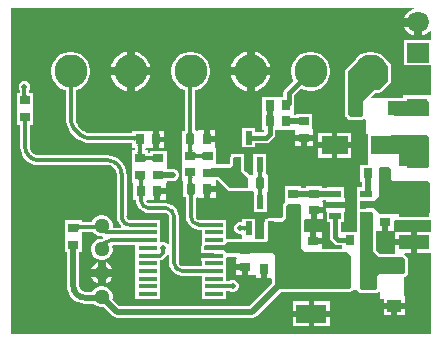
<source format=gbl>
G04*
G04 #@! TF.GenerationSoftware,Altium Limited,Altium Designer,21.0.8 (223)*
G04*
G04 Layer_Physical_Order=2*
G04 Layer_Color=16711680*
%FSTAX24Y24*%
%MOIN*%
G70*
G04*
G04 #@! TF.SameCoordinates,54288C87-6C50-4DCC-9232-1D79D91570B4*
G04*
G04*
G04 #@! TF.FilePolarity,Positive*
G04*
G01*
G75*
%ADD15R,0.0354X0.0315*%
%ADD21C,0.0197*%
%ADD22C,0.0118*%
%ADD23C,0.1100*%
%ADD24C,0.0512*%
%ADD25R,0.0750X0.0650*%
%ADD26O,0.0750X0.0650*%
%ADD27C,0.0197*%
%ADD28R,0.1024X0.0472*%
%ADD29R,0.0315X0.0354*%
%ADD30R,0.0236X0.0453*%
%ADD31R,0.0610X0.0118*%
%ADD32R,0.0394X0.0472*%
%ADD33R,0.0866X0.0591*%
%ADD34R,0.0480X0.1040*%
%ADD35R,0.0689X0.0433*%
%ADD36R,0.0472X0.0394*%
%ADD37R,0.1024X0.0591*%
%ADD38R,0.0394X0.0236*%
%ADD39C,0.0157*%
G36*
X063919Y049718D02*
X063918Y049714D01*
X063916Y04971D01*
X063915Y049705D01*
X063914Y049698D01*
X063912Y049683D01*
X063911Y049664D01*
X063911Y049653D01*
X063793D01*
X063793Y049664D01*
X063791Y049698D01*
X06379Y049705D01*
X063788Y04971D01*
X063787Y049714D01*
X063785Y049718D01*
X063783Y04972D01*
X063921D01*
X063919Y049718D01*
D02*
G37*
G36*
X063912Y04959D02*
X063914Y04957D01*
X063917Y049552D01*
X063921Y049536D01*
X063926Y049523D01*
X063933Y049513D01*
X06394Y049505D01*
X063949Y049499D01*
X063959Y049495D01*
X06397Y049494D01*
X063734D01*
X063745Y049495D01*
X063755Y049499D01*
X063764Y049505D01*
X063772Y049513D01*
X063778Y049523D01*
X063784Y049536D01*
X063788Y049552D01*
X063791Y04957D01*
X063793Y04959D01*
X063793Y049612D01*
X063911D01*
X063912Y04959D01*
D02*
G37*
G36*
X076841Y052377D02*
X076797Y052371D01*
X076689Y052326D01*
X076596Y052255D01*
X076525Y052163D01*
X07649Y052077D01*
X076962D01*
Y051939D01*
X0771D01*
Y051504D01*
X077128Y051507D01*
X077236Y051552D01*
X077328Y051623D01*
X077354Y051656D01*
X077404Y051639D01*
Y051354D01*
X076487D01*
Y050504D01*
X077404D01*
Y049542D01*
X077373Y049505D01*
X076484D01*
Y04941D01*
X076196D01*
X076186Y049408D01*
X075431D01*
X075412Y049454D01*
X075558Y0496D01*
X075673D01*
X075712Y049608D01*
X075745Y04963D01*
X076031Y049915D01*
X076053Y049948D01*
X07606Y049987D01*
Y050499D01*
X076053Y050538D01*
X076031Y050571D01*
X075945Y050657D01*
X075898Y050726D01*
X075808Y050817D01*
X075701Y050888D01*
X075583Y050937D01*
X075458Y050962D01*
X07533D01*
X075204Y050937D01*
X075086Y050888D01*
X074979Y050817D01*
X074889Y050726D01*
X074866Y050692D01*
X074558Y050384D01*
X074536Y050351D01*
X074528Y050312D01*
Y048875D01*
X074536Y048836D01*
X074558Y048803D01*
X074588Y048773D01*
Y048736D01*
X074625D01*
X074646Y048714D01*
X074679Y048692D01*
X074718Y048685D01*
X075083D01*
X075122Y048692D01*
X075144Y048707D01*
X075155Y048714D01*
X075182Y048736D01*
X075195Y048736D01*
X075244Y048693D01*
Y048237D01*
X075307D01*
Y047446D01*
Y047184D01*
X075042D01*
Y046629D01*
X075097D01*
Y046455D01*
X074943D01*
Y046017D01*
X074939Y046011D01*
X074931Y045972D01*
Y045745D01*
X074939Y045706D01*
X074943Y0457D01*
Y045667D01*
X074929Y045646D01*
X074922Y045607D01*
Y044969D01*
X074441D01*
Y044969D01*
X074399Y044987D01*
Y045271D01*
X074513D01*
Y045627D01*
X074531D01*
Y045765D01*
X074216D01*
X073901D01*
Y045627D01*
X07392D01*
Y045271D01*
X074034D01*
Y044784D01*
X074034Y044784D01*
X074048Y044715D01*
X074088Y044655D01*
X07418Y044563D01*
X07418Y044563D01*
X074239Y044524D01*
X074309Y04451D01*
X074441D01*
Y044415D01*
X074401Y04439D01*
X073779D01*
Y044564D01*
X073484D01*
Y044662D01*
X073386D01*
Y044938D01*
X073189D01*
X073177Y044983D01*
Y045361D01*
X073203Y045401D01*
X073227Y045401D01*
X073399D01*
Y045676D01*
X073498D01*
Y045775D01*
X073793D01*
Y045927D01*
X073793Y045952D01*
X073781Y04598D01*
X0738Y046019D01*
X07381Y04603D01*
X073901D01*
Y045962D01*
X074216D01*
X074531D01*
Y046099D01*
X074513D01*
Y046455D01*
X07392D01*
Y046435D01*
X073775D01*
Y046485D01*
X073221D01*
Y046435D01*
X073086D01*
Y046485D01*
X072532D01*
Y04597D01*
X072532Y04597D01*
X072532D01*
X072532Y04597D01*
X07252Y045925D01*
X072501Y045906D01*
X072478Y045873D01*
X072471Y045834D01*
Y045463D01*
X072412Y045404D01*
X071972D01*
X071962Y045402D01*
X071862D01*
Y045328D01*
X071858Y045322D01*
X071851Y045283D01*
Y044715D01*
X071586D01*
X071551Y044749D01*
X071551Y044765D01*
Y045402D01*
X071114D01*
Y045299D01*
X071077Y045274D01*
X070998D01*
X070925Y045244D01*
X070869Y045188D01*
X070839Y045115D01*
Y045036D01*
X070869Y044963D01*
X070925Y044908D01*
X070998Y044877D01*
X071075D01*
X071114Y044848D01*
X071114Y044749D01*
X071079Y044715D01*
X070604D01*
X070566Y044746D01*
Y045035D01*
Y045353D01*
X070177D01*
X070161Y045356D01*
X069679D01*
X069678Y045356D01*
X069632Y045365D01*
X069591Y045392D01*
X069565Y045432D01*
X069555Y045478D01*
X069556Y045479D01*
Y046072D01*
X069591Y046108D01*
X069627D01*
X069669Y04609D01*
X069694Y04609D01*
X069846D01*
Y046385D01*
X069945D01*
Y046483D01*
X07022D01*
Y046677D01*
X070306D01*
X07064Y046342D01*
X070673Y04632D01*
X070712Y046312D01*
X071303D01*
X071313Y046314D01*
X071389D01*
X071403Y046314D01*
X071449Y046314D01*
X071488Y046288D01*
Y046191D01*
X071488Y046187D01*
X071488Y046183D01*
Y046176D01*
X071488Y046175D01*
X071488Y046175D01*
Y045635D01*
X071925D01*
Y046288D01*
X071954Y046314D01*
X071954D01*
Y046869D01*
X071915Y046885D01*
Y046983D01*
X071916Y046987D01*
X071915Y04699D01*
Y046998D01*
X071915Y046998D01*
X071915Y046999D01*
Y047538D01*
X071479D01*
Y046885D01*
X071439Y046869D01*
X071403D01*
X071389Y046869D01*
X071354D01*
X071282Y046941D01*
X07127Y046949D01*
X071249Y046963D01*
X071229Y046967D01*
X071179Y047018D01*
Y047438D01*
X071171Y047477D01*
X071167Y047483D01*
Y047538D01*
X071121D01*
X071119Y04754D01*
X071086Y047562D01*
X071047Y04757D01*
X07086D01*
X070821Y047562D01*
X070788Y04754D01*
X070786Y047538D01*
X070731D01*
Y047482D01*
X070729Y047481D01*
X070707Y047448D01*
X070699Y047409D01*
Y047234D01*
X07067Y047205D01*
X070281D01*
X070242Y04723D01*
X070242Y047255D01*
Y047741D01*
X070242Y047741D01*
Y047745D01*
X070201Y047767D01*
X070201Y047795D01*
Y04796D01*
X069925D01*
Y048058D01*
X069827D01*
Y048353D01*
X069674D01*
X069649Y048353D01*
X069607Y048335D01*
X069576D01*
X069541Y048371D01*
Y049679D01*
X069583Y049687D01*
X069701Y049736D01*
X069808Y049807D01*
X069898Y049898D01*
X06997Y050004D01*
X070019Y050122D01*
X070044Y050248D01*
Y050376D01*
X070019Y050502D01*
X06997Y05062D01*
X069898Y050726D01*
X069808Y050817D01*
X069701Y050888D01*
X069583Y050937D01*
X069458Y050962D01*
X06933D01*
X069204Y050937D01*
X069086Y050888D01*
X068979Y050817D01*
X068889Y050726D01*
X068818Y05062D01*
X068769Y050502D01*
X068744Y050376D01*
Y050248D01*
X068769Y050122D01*
X068818Y050004D01*
X068889Y049898D01*
X068979Y049807D01*
X069086Y049736D01*
X069204Y049687D01*
X069217Y049685D01*
Y048335D01*
X069116D01*
Y047781D01*
X069087Y047755D01*
X069087D01*
Y047253D01*
X069087Y04724D01*
Y047203D01*
X069087Y04719D01*
Y046688D01*
X069097D01*
X069136Y046662D01*
Y046108D01*
X069231D01*
Y045479D01*
X069231D01*
X069246Y045363D01*
X069291Y045255D01*
X069357Y045169D01*
X069358Y045168D01*
X069358Y045168D01*
X069362Y045162D01*
X069367Y045158D01*
X069367Y045158D01*
X069369Y045157D01*
X069455Y045091D01*
X069563Y045046D01*
X069679Y045031D01*
Y045032D01*
X069756D01*
Y044779D01*
Y044519D01*
X069754Y044517D01*
X069747Y044478D01*
Y044364D01*
X069748Y044359D01*
X069738Y044348D01*
X069738D01*
Y044269D01*
X069756D01*
Y044267D01*
X069806D01*
X069827Y044253D01*
X069866Y044246D01*
X070006D01*
X070161D01*
Y044074D01*
X069756D01*
Y044072D01*
X069738D01*
Y043993D01*
X069756D01*
Y043821D01*
X069108D01*
X069107Y043821D01*
X069065Y043829D01*
X069028Y043854D01*
X069003Y043891D01*
X068995Y043933D01*
X068995Y043934D01*
Y045489D01*
X068995D01*
X068981Y045598D01*
X068939Y045699D01*
X068873Y045785D01*
X068786Y045852D01*
X068685Y045894D01*
X068577Y045908D01*
Y045907D01*
X068006D01*
X068005Y045907D01*
X067962Y045916D01*
X067926Y04594D01*
X067901Y045979D01*
X067941Y046029D01*
X067963D01*
X068006Y046011D01*
X06803Y046011D01*
X068183D01*
Y046306D01*
X068281D01*
Y046405D01*
X068557D01*
Y0466D01*
X068588D01*
Y046655D01*
X068759D01*
X06876Y046655D01*
X06878D01*
X068799Y046651D01*
X068819Y046655D01*
X068839D01*
X068857Y046663D01*
X068876Y046667D01*
X068893Y046678D01*
X068911Y046685D01*
X068926Y046699D01*
X068942Y04671D01*
X068953Y046727D01*
X068967Y046741D01*
X068975Y046759D01*
X068986Y046776D01*
X06899Y046796D01*
X068998Y046814D01*
Y046834D01*
X069001Y046853D01*
X068998Y046873D01*
Y046893D01*
X06899Y046911D01*
X068986Y046931D01*
X068975Y046947D01*
X068967Y046966D01*
X068953Y04698D01*
X068942Y046996D01*
X068938Y047D01*
X068922Y047011D01*
X068911Y047022D01*
X068898Y047027D01*
X068873Y047044D01*
X068842Y04705D01*
X068839Y047052D01*
X068834D01*
X068795Y04706D01*
X068623D01*
X068588Y047095D01*
X068588Y047151D01*
X068588Y047165D01*
Y047666D01*
X068034D01*
Y047576D01*
X067978D01*
Y047676D01*
X067853D01*
Y047726D01*
X067888Y047761D01*
X067924D01*
X067966Y047743D01*
X067991Y047743D01*
X068144D01*
Y048038D01*
Y048334D01*
X067991D01*
X067966Y048334D01*
X067924Y048316D01*
X067433D01*
Y04824D01*
X066086D01*
X066078Y048238D01*
X065948Y048255D01*
X06582Y048309D01*
X065797Y048326D01*
X065709Y048394D01*
X065642Y048482D01*
X065625Y048504D01*
X065571Y048633D01*
X065554Y048763D01*
X065556Y048771D01*
Y049682D01*
X065583Y049687D01*
X065701Y049736D01*
X065808Y049807D01*
X065898Y049898D01*
X06597Y050004D01*
X066019Y050122D01*
X066044Y050248D01*
Y050376D01*
X066019Y050502D01*
X06597Y05062D01*
X065898Y050726D01*
X065808Y050817D01*
X065701Y050888D01*
X065583Y050937D01*
X065458Y050962D01*
X06533D01*
X065204Y050937D01*
X065086Y050888D01*
X064979Y050817D01*
X064889Y050726D01*
X064818Y05062D01*
X064769Y050502D01*
X064744Y050376D01*
Y050248D01*
X064769Y050122D01*
X064818Y050004D01*
X064889Y049898D01*
X064979Y049807D01*
X065086Y049736D01*
X065204Y049687D01*
X065231Y049682D01*
Y048771D01*
X06523D01*
X065247Y048604D01*
X065296Y048443D01*
X065375Y048295D01*
X065481Y048165D01*
X065611Y048059D01*
X065759Y04798D01*
X065919Y047931D01*
X066086Y047915D01*
Y047916D01*
X067433D01*
Y047761D01*
X067529D01*
Y047676D01*
X067423D01*
Y047175D01*
X067423Y047161D01*
Y047125D01*
X067423Y047111D01*
Y04661D01*
X067434D01*
X067473Y046583D01*
Y046029D01*
X067521D01*
X067567Y046021D01*
X067582Y045907D01*
X067626Y045802D01*
X067696Y045711D01*
X067787Y045641D01*
X067892Y045597D01*
X068006Y045582D01*
Y045583D01*
X068577D01*
Y045583D01*
X068612Y045576D01*
X068643Y045555D01*
X068663Y045525D01*
X06867Y045489D01*
X06867D01*
Y044576D01*
X06862Y044555D01*
X068581Y044594D01*
X068508Y044625D01*
X068429D01*
X068403Y044614D01*
X068362Y044642D01*
Y045035D01*
Y045353D01*
X06797D01*
X067952Y045356D01*
X067837Y045353D01*
X067551D01*
Y045345D01*
X067453Y045343D01*
X067449Y045343D01*
X0674Y045342D01*
X067376Y045345D01*
X067351Y045348D01*
X067338Y045351D01*
X067293Y045381D01*
X067262Y045427D01*
X067252Y045478D01*
X067253Y04548D01*
Y046877D01*
X067252Y046878D01*
X06724Y047001D01*
X067204Y04712D01*
X067146Y04723D01*
X067067Y047326D01*
X066971Y047405D01*
X066861Y047463D01*
X066742Y047499D01*
X066619Y047512D01*
X066618Y047512D01*
X064325D01*
X064323Y047511D01*
X064249Y047521D01*
X064179Y04755D01*
X064119Y047596D01*
X064072Y047657D01*
X064043Y047727D01*
X064034Y0478D01*
X064034Y047802D01*
Y048529D01*
X064149D01*
Y04903D01*
X064149Y049044D01*
Y04908D01*
X064149Y049094D01*
Y049595D01*
X064014D01*
Y049672D01*
X06402Y049678D01*
X064051Y049751D01*
Y04983D01*
X06402Y049903D01*
X063965Y049959D01*
X063892Y049989D01*
X063813D01*
X06374Y049959D01*
X063684Y049903D01*
X063654Y04983D01*
Y049751D01*
X063684Y049678D01*
X06369Y049672D01*
Y049595D01*
X063595D01*
Y049094D01*
X063595Y04908D01*
Y049044D01*
X063595Y04903D01*
Y048529D01*
X06371D01*
Y047802D01*
X06371Y047801D01*
X063722Y047682D01*
X063757Y047567D01*
X063814Y047461D01*
X06389Y047368D01*
X063983Y047291D01*
X064089Y047234D01*
X064205Y047199D01*
X064323Y047188D01*
X064325Y047187D01*
X066618D01*
X06662Y047188D01*
X066698Y047177D01*
X066773Y047146D01*
X066838Y047097D01*
X066887Y047033D01*
X066918Y046958D01*
X066929Y046879D01*
X066928Y046877D01*
Y04553D01*
X066927Y04548D01*
X066927Y04548D01*
X066934Y045432D01*
X066943Y04536D01*
X06699Y045248D01*
X067063Y045152D01*
X067069Y045148D01*
X067053Y0451D01*
X0668D01*
X066787Y045118D01*
Y045211D01*
X066763Y045302D01*
X066716Y045383D01*
X066649Y045449D01*
X066568Y045496D01*
X066478Y04552D01*
X066384D01*
X066294Y045496D01*
X066212Y045449D01*
X066146Y045383D01*
X066099Y045302D01*
X066095Y045287D01*
X065753D01*
Y045343D01*
X065656D01*
X065653Y045344D01*
X065649Y045343D01*
X065643D01*
X065641Y045343D01*
X065641Y045343D01*
X065199D01*
Y044842D01*
X065199Y044828D01*
Y044792D01*
X065199Y044778D01*
Y044277D01*
X065274D01*
Y043157D01*
X065276Y043146D01*
X065286Y04304D01*
X06532Y042929D01*
X065375Y042826D01*
X065449Y042736D01*
X065539Y042662D01*
X065642Y042607D01*
X065754Y042573D01*
X06586Y042563D01*
X06587Y042561D01*
X066169D01*
X066212Y042517D01*
X066294Y042471D01*
X066384Y042446D01*
X066478D01*
X066496Y042451D01*
X06679Y042157D01*
X066856Y042113D01*
X066933Y042098D01*
X071451D01*
X071528Y042113D01*
X071594Y042157D01*
X072403Y042966D01*
X074699D01*
X074738Y042974D01*
X074771Y042996D01*
X074774Y042999D01*
X074796D01*
Y043021D01*
X074801Y043027D01*
X074937D01*
X074951Y043006D01*
X074956Y043001D01*
Y042999D01*
X074958D01*
X07502Y042937D01*
X075053Y042915D01*
X075092Y042907D01*
X075545D01*
X075584Y042915D01*
X075617Y042937D01*
X075666Y042986D01*
X075716Y042965D01*
Y042731D01*
X075821D01*
Y042594D01*
X076175D01*
X076529D01*
Y042811D01*
X076509D01*
Y043446D01*
X076542Y043468D01*
X076601Y043527D01*
X076624Y04356D01*
X076631Y043599D01*
X076631Y044056D01*
X076624Y044095D01*
X076601Y044128D01*
X076537Y044193D01*
X076513Y044209D01*
X076521Y044258D01*
X076521Y044259D01*
X076724D01*
Y044515D01*
X076193D01*
Y044259D01*
X076159Y044223D01*
X075696D01*
X075578Y044341D01*
Y044997D01*
X075772D01*
Y045273D01*
X075968D01*
Y044997D01*
X076155D01*
X076178Y044979D01*
X076193Y044959D01*
Y044712D01*
X076724D01*
Y044968D01*
X076203D01*
X07618Y044986D01*
X076165Y045006D01*
Y04533D01*
X076211Y04534D01*
Y04534D01*
X077404D01*
Y044968D01*
X076921D01*
Y044613D01*
Y044259D01*
X077404D01*
Y041559D01*
X063387Y041559D01*
Y052427D01*
X076838D01*
X076841Y052377D01*
D02*
G37*
G36*
X077327Y049279D02*
Y048855D01*
X077307Y048836D01*
X076176D01*
X076196Y049308D01*
X077297D01*
X077327Y049279D01*
D02*
G37*
G36*
X075959Y050499D02*
Y049987D01*
X075673Y049702D01*
X075516D01*
X075142Y049328D01*
Y048846D01*
X075083Y048786D01*
X074718D01*
X07463Y048875D01*
Y050312D01*
X075014Y050696D01*
X075762D01*
X075959Y050499D01*
D02*
G37*
G36*
X063979Y04863D02*
X063969Y048627D01*
X06396Y048621D01*
X063952Y048612D01*
X063946Y048602D01*
X06394Y048588D01*
X063936Y048573D01*
X063933Y048555D01*
X063932Y048535D01*
X063931Y048512D01*
X063813D01*
X063812Y048535D01*
X06381Y048555D01*
X063808Y048573D01*
X063803Y048588D01*
X063798Y048602D01*
X063792Y048612D01*
X063784Y048621D01*
X063775Y048627D01*
X063765Y04863D01*
X063754Y048631D01*
X06399D01*
X063979Y04863D01*
D02*
G37*
G36*
X069438Y04833D02*
X06944Y048309D01*
X069443Y048291D01*
X069447Y048276D01*
X069453Y048263D01*
X069459Y048252D01*
X069467Y048244D01*
X069476Y048238D01*
X069486Y048234D01*
X069497Y048233D01*
X069261D01*
X069272Y048234D01*
X069282Y048238D01*
X069291Y048244D01*
X069298Y048252D01*
X069305Y048263D01*
X06931Y048276D01*
X069314Y048291D01*
X069317Y048309D01*
X069319Y04833D01*
X06932Y048352D01*
X069438D01*
X069438Y04833D01*
D02*
G37*
G36*
X067536Y04796D02*
X067535Y047971D01*
X067531Y047981D01*
X067525Y04799D01*
X067517Y047997D01*
X067506Y048004D01*
X067493Y048009D01*
X067477Y048013D01*
X067459Y048016D01*
X067439Y048018D01*
X067416Y048019D01*
Y048137D01*
X067439Y048137D01*
X067459Y048139D01*
X067477Y048142D01*
X067493Y048146D01*
X067506Y048152D01*
X067517Y048158D01*
X067525Y048166D01*
X067531Y048175D01*
X067535Y048185D01*
X067536Y048196D01*
Y04796D01*
D02*
G37*
G36*
X067798Y047862D02*
X067788Y047859D01*
X067779Y047853D01*
X067771Y047845D01*
X067765Y047834D01*
X067759Y047821D01*
X067755Y047805D01*
X067752Y047787D01*
X06775Y047767D01*
X06775Y047744D01*
X067632D01*
X067631Y047767D01*
X067629Y047787D01*
X067626Y047805D01*
X067622Y047821D01*
X067617Y047834D01*
X06761Y047845D01*
X067603Y047853D01*
X067594Y047859D01*
X067584Y047862D01*
X067573Y047864D01*
X067809D01*
X067798Y047862D01*
D02*
G37*
G36*
X069486Y047882D02*
X069476Y047879D01*
X069467Y047873D01*
X069459Y047864D01*
X069453Y047854D01*
X069447Y04784D01*
X069443Y047825D01*
X06944Y047807D01*
X069438Y047787D01*
X069438Y047768D01*
X069438Y047749D01*
X06944Y047729D01*
X069443Y047711D01*
X069447Y047696D01*
X069453Y047683D01*
X069459Y047672D01*
X069467Y047664D01*
X069476Y047658D01*
X069486Y047655D01*
X069497Y047653D01*
X069261D01*
X069272Y047655D01*
X069282Y047658D01*
X069291Y047664D01*
X069298Y047672D01*
X069305Y047683D01*
X06931Y047696D01*
X069314Y047711D01*
X069317Y047729D01*
X069319Y047749D01*
X06932Y047768D01*
X069319Y047787D01*
X069317Y047807D01*
X069314Y047825D01*
X06931Y04784D01*
X069305Y047854D01*
X069298Y047864D01*
X069291Y047873D01*
X069282Y047879D01*
X069272Y047882D01*
X069261Y047883D01*
X069497D01*
X069486Y047882D01*
D02*
G37*
G36*
X06775Y04767D02*
X067752Y04765D01*
X067755Y047632D01*
X067759Y047617D01*
X067765Y047604D01*
X067771Y047594D01*
X067779Y047585D01*
X067788Y047579D01*
X067798Y047576D01*
X067809Y047575D01*
X067573D01*
X067584Y047576D01*
X067594Y047579D01*
X067603Y047585D01*
X06761Y047594D01*
X067617Y047604D01*
X067622Y047617D01*
X067626Y047632D01*
X067629Y04765D01*
X067631Y04767D01*
X067632Y047693D01*
X06775D01*
X06775Y04767D01*
D02*
G37*
G36*
X06979Y047374D02*
X069788Y047385D01*
X069785Y047395D01*
X069779Y047404D01*
X069771Y047412D01*
X06976Y047418D01*
X069747Y047424D01*
X069731Y047428D01*
X069713Y047431D01*
X069693Y047433D01*
X06967Y047433D01*
Y047551D01*
X069693Y047552D01*
X069713Y047554D01*
X069731Y047557D01*
X069747Y047561D01*
X06976Y047566D01*
X069771Y047572D01*
X069779Y04758D01*
X069785Y047589D01*
X069788Y047599D01*
X06979Y04761D01*
Y047374D01*
D02*
G37*
G36*
X06954Y047599D02*
X069544Y047589D01*
X06955Y04758D01*
X069558Y047572D01*
X069569Y047566D01*
X069582Y047561D01*
X069597Y047557D01*
X069615Y047554D01*
X069635Y047552D01*
X069658Y047551D01*
Y047433D01*
X069635Y047433D01*
X069615Y047431D01*
X069597Y047428D01*
X069582Y047424D01*
X069569Y047418D01*
X069558Y047412D01*
X06955Y047404D01*
X069544Y047395D01*
X06954Y047385D01*
X069539Y047374D01*
Y04761D01*
X06954Y047599D01*
D02*
G37*
G36*
X068136Y047295D02*
X068135Y047307D01*
X068131Y047317D01*
X068125Y047325D01*
X068117Y047333D01*
X068106Y04734D01*
X068093Y047345D01*
X068078Y047349D01*
X06806Y047352D01*
X068039Y047354D01*
X068017Y047354D01*
Y047473D01*
X068039Y047473D01*
X06806Y047475D01*
X068078Y047478D01*
X068093Y047482D01*
X068106Y047487D01*
X068117Y047494D01*
X068125Y047501D01*
X068131Y04751D01*
X068135Y04752D01*
X068136Y047532D01*
Y047295D01*
D02*
G37*
G36*
X067877Y04752D02*
X06788Y04751D01*
X067886Y047501D01*
X067895Y047494D01*
X067905Y047487D01*
X067918Y047482D01*
X067934Y047478D01*
X067952Y047475D01*
X067972Y047473D01*
X067995Y047473D01*
Y047354D01*
X067972Y047354D01*
X067952Y047352D01*
X067934Y047349D01*
X067918Y047345D01*
X067905Y04734D01*
X067895Y047333D01*
X067886Y047325D01*
X06788Y047317D01*
X067877Y047307D01*
X067875Y047295D01*
Y047532D01*
X067877Y04752D01*
D02*
G37*
G36*
X077327Y048107D02*
Y047143D01*
X077258Y047074D01*
X076628D01*
X076588Y047113D01*
X076588Y04732D01*
X076362Y047546D01*
X07588D01*
X076008Y048117D01*
X076086Y048196D01*
X077238D01*
X077327Y048107D01*
D02*
G37*
G36*
X071804Y046985D02*
X071795Y046982D01*
X071787Y046976D01*
X07178Y046968D01*
X071774Y046957D01*
X071769Y046944D01*
X071765Y046929D01*
X071763Y046911D01*
X071761Y046891D01*
X071761Y046877D01*
X071761Y046863D01*
X071763Y046843D01*
X071766Y046825D01*
X07177Y046809D01*
X071775Y046796D01*
X071782Y046785D01*
X07179Y046777D01*
X071798Y046771D01*
X071809Y046768D01*
X07182Y046766D01*
X071584D01*
X071595Y046768D01*
X071605Y046771D01*
X071614Y046777D01*
X071621Y046785D01*
X071628Y046796D01*
X071633Y046809D01*
X071637Y046825D01*
X07164Y046843D01*
X071642Y046863D01*
X071642Y046877D01*
X071642Y046891D01*
X07164Y046911D01*
X071637Y046929D01*
X071633Y046944D01*
X071628Y046957D01*
X071621Y046968D01*
X071614Y046976D01*
X071605Y046982D01*
X071595Y046985D01*
X071584Y046987D01*
X071814D01*
X071804Y046985D01*
D02*
G37*
G36*
X069486Y04679D02*
X069476Y046786D01*
X069467Y04678D01*
X069459Y046772D01*
X069453Y046761D01*
X069447Y046748D01*
X069443Y046732D01*
X06944Y046714D01*
X069438Y046694D01*
X069438Y046675D01*
X069438Y046656D01*
X06944Y046636D01*
X069443Y046618D01*
X069447Y046603D01*
X069453Y04659D01*
X069459Y046579D01*
X069467Y04657D01*
X069476Y046564D01*
X069486Y046561D01*
X069497Y04656D01*
X069261D01*
X069272Y046561D01*
X069282Y046564D01*
X069291Y04657D01*
X069298Y046579D01*
X069305Y04659D01*
X06931Y046603D01*
X069314Y046618D01*
X069317Y046636D01*
X069319Y046656D01*
X06932Y046675D01*
X069319Y046694D01*
X069317Y046714D01*
X069314Y046732D01*
X06931Y046748D01*
X069305Y046761D01*
X069298Y046772D01*
X069291Y04678D01*
X069282Y046786D01*
X069272Y04679D01*
X069261Y046791D01*
X069497D01*
X069486Y04679D01*
D02*
G37*
G36*
X067837Y046711D02*
X067827Y046707D01*
X067818Y046701D01*
X06781Y046693D01*
X067804Y046682D01*
X067799Y046669D01*
X067795Y046654D01*
X067792Y046636D01*
X06779Y046615D01*
X067789Y046597D01*
X06779Y046578D01*
X067792Y046557D01*
X067795Y046539D01*
X067799Y046524D01*
X067804Y046511D01*
X06781Y0465D01*
X067818Y046492D01*
X067827Y046486D01*
X067837Y046482D01*
X067848Y046481D01*
X067612D01*
X067623Y046482D01*
X067633Y046486D01*
X067642Y046492D01*
X06765Y0465D01*
X067656Y046511D01*
X067662Y046524D01*
X067666Y046539D01*
X067669Y046557D01*
X067671Y046578D01*
X067671Y046597D01*
X067671Y046615D01*
X067669Y046636D01*
X067666Y046654D01*
X067662Y046669D01*
X067656Y046682D01*
X06765Y046693D01*
X067642Y046701D01*
X067633Y046707D01*
X067623Y046711D01*
X067612Y046712D01*
X067848D01*
X067837Y046711D01*
D02*
G37*
G36*
X071077Y047438D02*
Y046975D01*
X071183Y046869D01*
X07121Y046869D01*
X071313Y046766D01*
Y046424D01*
X071303Y046414D01*
X070712D01*
X070348Y046779D01*
X070106D01*
X069964Y046884D01*
Y046985D01*
X070083Y047103D01*
X070712D01*
X070801Y047192D01*
Y047409D01*
X07086Y047468D01*
X071047D01*
X071077Y047438D01*
D02*
G37*
G36*
X071809Y046416D02*
X071798Y046412D01*
X07179Y046406D01*
X071782Y046398D01*
X071775Y046387D01*
X07177Y046374D01*
X071766Y046358D01*
X071763Y04634D01*
X071761Y04632D01*
X071761Y046301D01*
X071761Y046282D01*
X071763Y046262D01*
X071766Y046244D01*
X07177Y046229D01*
X071775Y046216D01*
X071782Y046205D01*
X07179Y046197D01*
X071798Y046191D01*
X071809Y046187D01*
X07182Y046186D01*
X07159Y046187D01*
X0716Y046188D01*
X071609Y046192D01*
X071617Y046197D01*
X071624Y046206D01*
X071629Y046216D01*
X071634Y046229D01*
X071638Y046245D01*
X07164Y046262D01*
X071642Y046283D01*
X071642Y046301D01*
X071642Y04632D01*
X07164Y04634D01*
X071637Y046358D01*
X071633Y046374D01*
X071628Y046387D01*
X071621Y046398D01*
X071614Y046406D01*
X071605Y046412D01*
X071595Y046416D01*
X071584Y046417D01*
X07182D01*
X071809Y046416D01*
D02*
G37*
G36*
X0695Y046209D02*
X06949Y046205D01*
X069482Y046199D01*
X069474Y046191D01*
X069467Y04618D01*
X069462Y046167D01*
X069458Y046152D01*
X069455Y046134D01*
X069453Y046114D01*
X069453Y046091D01*
X069335D01*
X069334Y046114D01*
X069332Y046134D01*
X069329Y046152D01*
X069325Y046167D01*
X06932Y04618D01*
X069313Y046191D01*
X069306Y046199D01*
X069297Y046205D01*
X069287Y046209D01*
X069275Y04621D01*
X069512D01*
X0695Y046209D01*
D02*
G37*
G36*
X06783Y04613D02*
X067821Y046127D01*
X067814Y046121D01*
X067807Y046114D01*
X067802Y046104D01*
X067797Y046092D01*
X067794Y046077D01*
X067791Y046061D01*
X06779Y046042D01*
X067789Y046021D01*
X067671D01*
X067671Y046042D01*
X067669Y046061D01*
X067667Y046077D01*
X067663Y046092D01*
X067659Y046104D01*
X067653Y046114D01*
X067646Y046121D01*
X067639Y046127D01*
X06763Y04613D01*
X067621Y046131D01*
X06784D01*
X06783Y04613D01*
D02*
G37*
G36*
X076086Y047044D02*
Y04671D01*
X076136Y046661D01*
X077297D01*
X077386Y046572D01*
Y045617D01*
X077336Y045568D01*
X075683D01*
X075506Y045745D01*
X075398D01*
X075043Y045735D01*
X075033Y045745D01*
Y045972D01*
X075053Y045991D01*
X075506D01*
X075683Y046168D01*
Y047074D01*
X075732Y047123D01*
X076008D01*
X076086Y047044D01*
D02*
G37*
G36*
X071217Y044958D02*
X071216Y044969D01*
X071212Y044979D01*
X071206Y044988D01*
X071198Y044996D01*
X071187Y045002D01*
X071174Y045007D01*
X071158Y045011D01*
X07114Y045014D01*
X071136Y045015D01*
X071129Y045014D01*
X071123Y045013D01*
X071118Y045012D01*
X071113Y045011D01*
X07111Y045009D01*
X071108Y045007D01*
Y045017D01*
X071098Y045017D01*
Y045135D01*
X071108Y045135D01*
Y045145D01*
X07111Y045143D01*
X071113Y045141D01*
X071118Y04514D01*
X071123Y045138D01*
X071129Y045137D01*
X071135Y045137D01*
X07114Y045137D01*
X071158Y04514D01*
X071174Y045144D01*
X071187Y04515D01*
X071198Y045156D01*
X071206Y045164D01*
X071212Y045173D01*
X071216Y045183D01*
X071217Y045194D01*
Y044958D01*
D02*
G37*
G36*
X065653Y045231D02*
X065657Y045221D01*
X065663Y045212D01*
X065671Y045205D01*
X065682Y045199D01*
X065695Y045193D01*
X06571Y045189D01*
X065728Y045186D01*
X065748Y045185D01*
X06577Y045184D01*
Y045066D01*
X065748Y045065D01*
X065727Y045064D01*
X06571Y045061D01*
X065694Y045057D01*
X065681Y045051D01*
X06567Y045045D01*
X065662Y045037D01*
X065656Y045028D01*
X065652Y045018D01*
X065651Y045007D01*
X065652Y045242D01*
X065653Y045231D01*
D02*
G37*
G36*
X066657Y044997D02*
X066596Y044886D01*
X066484Y044914D01*
X066645Y045024D01*
X066657Y044997D01*
D02*
G37*
G36*
X068535Y044354D02*
X068534Y04435D01*
X068532Y044346D01*
X068531Y044341D01*
X06853Y044334D01*
X068528Y044319D01*
X068528Y0443D01*
X068527Y044288D01*
X068409D01*
X068409Y0443D01*
X068407Y044334D01*
X068406Y044341D01*
X068404Y044346D01*
X068403Y04435D01*
X068401Y044354D01*
X068399Y044356D01*
X068537D01*
X068535Y044354D01*
D02*
G37*
G36*
X070728Y043081D02*
X070726Y043082D01*
X070723Y043083D01*
X070719Y043084D01*
X070714Y043085D01*
X0707Y043087D01*
X070683Y043087D01*
X070662Y043088D01*
X070647Y043206D01*
X070658Y043206D01*
X070685Y043208D01*
X070693Y043209D01*
X070699Y04321D01*
X070704Y043212D01*
X070709Y043214D01*
X070712Y043216D01*
X070714Y043218D01*
X070728Y043081D01*
D02*
G37*
G36*
X073075Y045844D02*
Y044416D01*
X073203Y044288D01*
X07459D01*
X074738Y044141D01*
Y043107D01*
X074699Y043068D01*
X072307D01*
X072218Y043157D01*
X072218Y044141D01*
X07212Y044239D01*
X070604Y044239D01*
X070496Y044348D01*
X070006Y044348D01*
X069866D01*
X069849Y044364D01*
Y044478D01*
X069876Y044505D01*
X070496D01*
X070604Y044613D01*
X071894D01*
X071953Y044672D01*
Y045283D01*
X071972Y045302D01*
X072455D01*
X072573Y04542D01*
Y045834D01*
X072622Y045883D01*
X073035D01*
X073075Y045844D01*
D02*
G37*
G36*
X075476Y045598D02*
Y044298D01*
X075653Y044121D01*
X076464D01*
X076529Y044056D01*
X076529Y043599D01*
X07647Y04354D01*
X075663D01*
X075614Y043491D01*
Y043078D01*
X075545Y043009D01*
X075092D01*
X075023Y043078D01*
Y045607D01*
X075043Y045627D01*
X075447D01*
X075476Y045598D01*
D02*
G37*
G36*
X066146Y044946D02*
X066212Y04488D01*
X066294Y044833D01*
X066384Y044809D01*
X066438D01*
X066456Y04476D01*
X066432Y044733D01*
X066384D01*
X066294Y044709D01*
X066212Y044662D01*
X066146Y044596D01*
X066099Y044514D01*
X066075Y044424D01*
Y04433D01*
X066099Y04424D01*
X066146Y044159D01*
X066212Y044092D01*
X066294Y044045D01*
X066384Y044021D01*
X066478D01*
X066568Y044045D01*
X066649Y044092D01*
X066716Y044159D01*
X066763Y04424D01*
X066787Y04433D01*
Y044424D01*
X066775Y04447D01*
X066813Y04452D01*
X067551D01*
Y044267D01*
Y044011D01*
Y043755D01*
Y043499D01*
Y043244D01*
Y042988D01*
Y042732D01*
X068362D01*
Y042988D01*
Y043244D01*
Y043499D01*
Y043755D01*
Y044008D01*
X06838D01*
X068442Y044021D01*
X068494Y044056D01*
X068583Y044144D01*
X068618Y044197D01*
X06862Y044208D01*
X06867Y044203D01*
Y043934D01*
X06867D01*
X068685Y043821D01*
X068728Y043715D01*
X068798Y043624D01*
X068889Y043554D01*
X068995Y043511D01*
X069108Y043496D01*
Y043496D01*
X069756D01*
Y043244D01*
Y042988D01*
Y042732D01*
X070566D01*
Y042985D01*
X070688D01*
X070752Y042958D01*
X070831D01*
X070904Y042988D01*
X070959Y043044D01*
X07099Y043117D01*
Y043196D01*
X070959Y043269D01*
X070904Y043325D01*
X070831Y043355D01*
X070752D01*
X070679Y043325D01*
X070663Y043309D01*
X070566D01*
Y043499D01*
Y043993D01*
X070585D01*
Y044095D01*
X070634Y044137D01*
X070905D01*
X070905Y044137D01*
X07093Y044087D01*
X070919Y044062D01*
X070919Y044038D01*
Y043885D01*
X071214D01*
Y043786D01*
X071313D01*
Y043511D01*
X071509D01*
X07151Y043511D01*
X071559Y043509D01*
Y043422D01*
X071736D01*
Y043718D01*
X071933D01*
Y043422D01*
X072066D01*
X072116Y043375D01*
Y043252D01*
X071367Y042503D01*
X067017D01*
X066782Y042737D01*
X066787Y042755D01*
Y042849D01*
X066763Y04294D01*
X066716Y043021D01*
X066649Y043087D01*
X066568Y043134D01*
X066478Y043158D01*
X066384D01*
X066294Y043134D01*
X066212Y043087D01*
X066146Y043021D01*
X066114Y042965D01*
X06587D01*
X065863Y042964D01*
X065796Y042977D01*
X065733Y043019D01*
X065691Y043082D01*
X065677Y04315D01*
X065679Y043157D01*
Y044277D01*
X065753D01*
Y044778D01*
X065753Y044792D01*
Y044828D01*
X065753Y044842D01*
Y044963D01*
X066136D01*
X066146Y044946D01*
D02*
G37*
%LPC*%
G36*
X076825Y051801D02*
X07649D01*
X076525Y051716D01*
X076596Y051623D01*
X076689Y051552D01*
X076797Y051507D01*
X076825Y051504D01*
Y051801D01*
D02*
G37*
G36*
X071531Y050966D02*
Y05045D01*
X072047D01*
X072036Y050507D01*
X071986Y050629D01*
X071913Y050738D01*
X071819Y050831D01*
X07171Y050904D01*
X071588Y050955D01*
X071531Y050966D01*
D02*
G37*
G36*
X071256D02*
X071199Y050955D01*
X071077Y050904D01*
X070968Y050831D01*
X070875Y050738D01*
X070801Y050629D01*
X070751Y050507D01*
X07074Y05045D01*
X071256D01*
Y050966D01*
D02*
G37*
G36*
X067531D02*
Y05045D01*
X068047D01*
X068036Y050507D01*
X067986Y050629D01*
X067913Y050738D01*
X067819Y050831D01*
X06771Y050904D01*
X067588Y050955D01*
X067531Y050966D01*
D02*
G37*
G36*
X067256D02*
X067199Y050955D01*
X067077Y050904D01*
X066968Y050831D01*
X066875Y050738D01*
X066801Y050629D01*
X066751Y050507D01*
X06674Y05045D01*
X067256D01*
Y050966D01*
D02*
G37*
G36*
X073458Y050962D02*
X07333D01*
X073204Y050937D01*
X073086Y050888D01*
X072979Y050817D01*
X072889Y050726D01*
X072818Y05062D01*
X072769Y050502D01*
X072744Y050376D01*
Y050248D01*
X072769Y050122D01*
X072818Y050004D01*
X072822Y049998D01*
X072532Y049709D01*
X072493Y04965D01*
X072479Y04958D01*
X072479Y04958D01*
Y049467D01*
X072339D01*
X072325Y049467D01*
X072289D01*
X072275Y049467D01*
X071774D01*
Y049026D01*
X071774Y049026D01*
X071774Y049024D01*
Y049018D01*
X071773Y049014D01*
X071774Y04901D01*
Y048916D01*
X071764D01*
Y048362D01*
X071839D01*
Y048291D01*
X071828Y04828D01*
X071541D01*
Y048424D01*
X071105D01*
Y047771D01*
X071541D01*
Y047915D01*
X071903D01*
X071903Y047915D01*
X071973Y047929D01*
X072032Y047969D01*
X07215Y048087D01*
X07215Y048087D01*
X07219Y048146D01*
X072204Y048216D01*
X072204Y048216D01*
Y048362D01*
X072265D01*
X072279Y048362D01*
X072315D01*
X072329Y048362D01*
X072783D01*
X072828Y048362D01*
X07283Y048362D01*
X072845Y04836D01*
X07287Y048345D01*
X072878Y048339D01*
X072878Y048315D01*
Y048186D01*
X073468D01*
Y048339D01*
X073468Y048363D01*
X07345Y048406D01*
Y048896D01*
X072896D01*
Y048841D01*
X07283D01*
Y048913D01*
X07284D01*
Y049251D01*
X072844Y049269D01*
X072844Y049269D01*
Y049504D01*
X073079Y04974D01*
X073086Y049736D01*
X073204Y049687D01*
X07333Y049662D01*
X073458D01*
X073583Y049687D01*
X073701Y049736D01*
X073808Y049807D01*
X073898Y049898D01*
X07397Y050004D01*
X074019Y050122D01*
X074044Y050248D01*
Y050376D01*
X074019Y050502D01*
X07397Y05062D01*
X073898Y050726D01*
X073808Y050817D01*
X073701Y050888D01*
X073583Y050937D01*
X073458Y050962D01*
D02*
G37*
G36*
X072047Y050174D02*
X071531D01*
Y049658D01*
X071588Y04967D01*
X07171Y04972D01*
X071819Y049793D01*
X071913Y049886D01*
X071986Y049996D01*
X072036Y050117D01*
X072047Y050174D01*
D02*
G37*
G36*
X071256D02*
X07074D01*
X070751Y050117D01*
X070801Y049996D01*
X070875Y049886D01*
X070968Y049793D01*
X071077Y04972D01*
X071199Y04967D01*
X071256Y049658D01*
Y050174D01*
D02*
G37*
G36*
X068047D02*
X067531D01*
Y049658D01*
X067588Y04967D01*
X06771Y04972D01*
X067819Y049793D01*
X067913Y049886D01*
X067986Y049996D01*
X068036Y050117D01*
X068047Y050174D01*
D02*
G37*
G36*
X067256D02*
X06674D01*
X066751Y050117D01*
X066801Y049996D01*
X066875Y049886D01*
X066968Y049793D01*
X067077Y04972D01*
X067199Y04967D01*
X067256Y049658D01*
Y050174D01*
D02*
G37*
G36*
X070023Y048353D02*
Y048157D01*
X070201D01*
Y048353D01*
X070023D01*
D02*
G37*
G36*
X06834Y048334D02*
Y048137D01*
X068518D01*
Y048334D01*
X06834D01*
D02*
G37*
G36*
X074738Y048255D02*
X074285D01*
Y04794D01*
X074738D01*
Y048255D01*
D02*
G37*
G36*
X074088D02*
X073636D01*
Y04794D01*
X074088D01*
Y048255D01*
D02*
G37*
G36*
X073468Y047989D02*
X073272D01*
Y047812D01*
X073468D01*
Y047989D01*
D02*
G37*
G36*
X073075D02*
X072878D01*
Y047812D01*
X073075D01*
Y047989D01*
D02*
G37*
G36*
X068518Y04794D02*
X06834D01*
Y047743D01*
X068518D01*
Y04794D01*
D02*
G37*
G36*
X074738Y047743D02*
X074285D01*
Y047428D01*
X074738D01*
Y047743D01*
D02*
G37*
G36*
X074088D02*
X073636D01*
Y047428D01*
X074088D01*
Y047743D01*
D02*
G37*
G36*
X07022Y046287D02*
X070043D01*
Y04609D01*
X07022D01*
Y046287D01*
D02*
G37*
G36*
X068557Y046208D02*
X06838D01*
Y046011D01*
X068557D01*
Y046208D01*
D02*
G37*
G36*
X073793Y045578D02*
X073596D01*
Y045401D01*
X073793D01*
Y045578D01*
D02*
G37*
G36*
X073583Y044938D02*
Y044761D01*
X073779D01*
Y044938D01*
X073583D01*
D02*
G37*
G36*
X074049Y042645D02*
X073518D01*
Y04233D01*
X074049D01*
Y042645D01*
D02*
G37*
G36*
X073321D02*
X072789D01*
Y04233D01*
X073321D01*
Y042645D01*
D02*
G37*
G36*
X076529Y042397D02*
X076273D01*
Y042181D01*
X076529D01*
Y042397D01*
D02*
G37*
G36*
X076077D02*
X075821D01*
Y042181D01*
X076077D01*
Y042397D01*
D02*
G37*
G36*
X074049Y042133D02*
X073518D01*
Y041818D01*
X074049D01*
Y042133D01*
D02*
G37*
G36*
X073321D02*
X072789D01*
Y041818D01*
X073321D01*
Y042133D01*
D02*
G37*
%LPD*%
G36*
X072169Y049014D02*
X072156Y049009D01*
X072144Y049001D01*
X072134Y04899D01*
X072125Y048975D01*
X072118Y048958D01*
X072112Y048937D01*
X072108Y048914D01*
X072112Y048892D01*
X072117Y048872D01*
X072123Y048854D01*
X072131Y04884D01*
X072141Y048829D01*
X072152Y048821D01*
X072164Y048816D01*
X072178Y048815D01*
X071869Y048814D01*
X071884Y048815D01*
X071897Y04882D01*
X071909Y048828D01*
X071919Y048839D01*
X071928Y048853D01*
X071935Y048871D01*
X071941Y048892D01*
X071945Y048915D01*
X071941Y048937D01*
X071936Y048957D01*
X07193Y048975D01*
X071922Y048989D01*
X071912Y049D01*
X071901Y049008D01*
X071889Y049012D01*
X071875Y049014D01*
X072184Y049015D01*
X072169Y049014D01*
D02*
G37*
%LPC*%
G36*
X066569Y04394D02*
Y043727D01*
X066781D01*
X066779Y043734D01*
X06673Y043819D01*
X066661Y043889D01*
X066575Y043938D01*
X066569Y04394D01*
D02*
G37*
G36*
X066293D02*
X066287Y043938D01*
X066201Y043889D01*
X066132Y043819D01*
X066082Y043734D01*
X066081Y043727D01*
X066293D01*
Y04394D01*
D02*
G37*
G36*
X071116Y043688D02*
X070919D01*
Y043511D01*
X071116D01*
Y043688D01*
D02*
G37*
G36*
X066293Y043452D02*
X066081D01*
X066082Y043445D01*
X066132Y04336D01*
X066201Y04329D01*
X066287Y043241D01*
X066293Y043239D01*
Y043452D01*
D02*
G37*
G36*
X066781D02*
X066569D01*
Y043239D01*
X066575Y043241D01*
X066661Y04329D01*
X06673Y04336D01*
X066779Y043445D01*
X066781Y043452D01*
D02*
G37*
%LPD*%
D15*
X063872Y048786D02*
D03*
Y049338D02*
D03*
X067701Y046867D02*
D03*
Y047418D02*
D03*
X069364Y047497D02*
D03*
Y046946D02*
D03*
X069964Y047487D02*
D03*
Y046936D02*
D03*
X07587Y045824D02*
D03*
Y045273D02*
D03*
X072809Y045676D02*
D03*
Y046227D02*
D03*
X073498Y045676D02*
D03*
Y046227D02*
D03*
X065476Y045086D02*
D03*
Y044535D02*
D03*
X073484Y044111D02*
D03*
Y044662D02*
D03*
X071214Y044338D02*
D03*
Y043786D02*
D03*
X068311Y047409D02*
D03*
Y046857D02*
D03*
X073173Y048088D02*
D03*
Y048639D02*
D03*
D21*
X066392Y042763D02*
G03*
X066431Y042802I0J000039D01*
G01*
X065476Y043157D02*
G03*
X06587Y042763I000394J0D01*
G01*
X068311Y046857D02*
X068795D01*
X068799Y046853D01*
X06587Y042763D02*
X066392D01*
X071451Y0423D02*
X072336Y043186D01*
X066933Y0423D02*
X071451D01*
X066431Y042802D02*
X066933Y0423D01*
X065476Y043157D02*
Y044535D01*
X072573Y048639D02*
X073173D01*
X072573Y048639D02*
X072573Y048639D01*
X075279Y046237D02*
X075299Y046257D01*
Y046907D01*
X07524Y046237D02*
X075279D01*
X072814Y046232D02*
X074211D01*
X072809Y046227D02*
X072814Y046232D01*
X074211D02*
X074216Y046237D01*
D22*
X066431Y045164D02*
G03*
X066657Y044938I000226J0D01*
G01*
X063872Y047802D02*
G03*
X064325Y047349I000453J0D01*
G01*
X06709Y04548D02*
G03*
X067409Y045179I000301J-0D01*
G01*
X06709Y046877D02*
G03*
X066618Y047349I-000472J0D01*
G01*
X065394Y048771D02*
G03*
X065506Y048393I000693J0D01*
G01*
X065709Y04819D02*
G03*
X066086Y048078I000378J000581D01*
G01*
X065506Y048393D02*
G03*
X065709Y04819I000581J000378D01*
G01*
X066736Y044682D02*
G03*
X066431Y044377I0J-000305D01*
G01*
X068833Y043934D02*
G03*
X069108Y043659I000276J0D01*
G01*
X068833Y045489D02*
G03*
X068577Y045745I-000256J0D01*
G01*
X069482Y045273D02*
G03*
X069679Y045194I000197J000207D01*
G01*
X069472Y045283D02*
G03*
X069482Y045273I000207J000197D01*
G01*
X069394Y045479D02*
G03*
X069472Y045283I000285J0D01*
G01*
X06773Y046021D02*
G03*
X068006Y045745I000276J0D01*
G01*
X066392Y045125D02*
X066431Y045164D01*
X065476Y045086D02*
X065516Y045125D01*
X066392D01*
X063852Y049357D02*
X063872Y049338D01*
X063852Y049357D02*
Y04979D01*
X06838Y04417D02*
X068468Y044259D01*
X067957Y04417D02*
X06838D01*
X068468Y044259D02*
Y044426D01*
X071037Y045076D02*
X071333D01*
X070781Y043147D02*
X070791Y043157D01*
X070161Y043147D02*
X070781D01*
X063872Y047802D02*
Y048786D01*
X064325Y047349D02*
X066618D01*
X06709Y04548D02*
Y046877D01*
X067409Y045179D02*
X067957Y045194D01*
X066736Y044682D02*
X067957D01*
X066657Y044938D02*
X067957D01*
X069108Y043659D02*
X070161D01*
X068833Y043934D02*
Y045489D01*
X068006Y045745D02*
X068577D01*
X069679Y045194D02*
X070161D01*
X069394Y045479D02*
Y046385D01*
X06773Y046306D02*
Y046838D01*
Y046021D02*
Y046306D01*
X066086Y048078D02*
X067651D01*
X065394Y048771D02*
Y050312D01*
X067691Y047428D02*
X067701Y047418D01*
X067691Y047428D02*
Y048038D01*
X067651Y048078D02*
X067691Y048038D01*
X067701Y046867D02*
X06773Y046838D01*
X068306Y047413D02*
X068311Y047409D01*
X067701Y047418D02*
X067706Y047413D01*
X068306D01*
X069379Y0464D02*
Y046931D01*
X069369Y047492D02*
X06996D01*
X069364Y047497D02*
X069369Y047492D01*
X06996D02*
X069964Y047487D01*
X069379Y047512D02*
Y050297D01*
X069364Y047497D02*
X069379Y047512D01*
Y050297D02*
X069394Y050312D01*
X071702Y045967D02*
Y047207D01*
Y045967D02*
X071707Y045962D01*
X071697Y047212D02*
X071702Y047207D01*
D23*
X071394Y050312D02*
D03*
X073394D02*
D03*
X075394D02*
D03*
X067394D02*
D03*
X065394D02*
D03*
X069394D02*
D03*
D24*
X066431Y045164D02*
D03*
Y044377D02*
D03*
Y04359D02*
D03*
Y042802D02*
D03*
D25*
X076962Y050929D02*
D03*
D26*
Y051939D02*
D03*
D27*
X063697Y042391D02*
D03*
Y043527D02*
D03*
Y044662D02*
D03*
Y045798D02*
D03*
Y046934D02*
D03*
X064701Y048125D02*
D03*
Y048724D02*
D03*
Y049322D02*
D03*
X075996Y052247D02*
D03*
X07477D02*
D03*
X073543D02*
D03*
X072317D02*
D03*
X063732D02*
D03*
X064959D02*
D03*
X066185D02*
D03*
X067411D02*
D03*
X068638D02*
D03*
X069864D02*
D03*
X07109D02*
D03*
X071685Y0417D02*
D03*
X070459D02*
D03*
X07537Y042172D02*
D03*
X069232Y0417D02*
D03*
X068006D02*
D03*
X066779D02*
D03*
X065553D02*
D03*
X064327D02*
D03*
X072911D02*
D03*
X074138D02*
D03*
X075364D02*
D03*
X07659D02*
D03*
X068744Y042991D02*
D03*
X069421D02*
D03*
X071272Y042905D02*
D03*
X071543Y04329D02*
D03*
X069362Y044062D02*
D03*
Y044418D02*
D03*
Y044775D02*
D03*
X071216Y045822D02*
D03*
X070563D02*
D03*
X069909D02*
D03*
X072939Y046806D02*
D03*
X073424Y047281D02*
D03*
X073563Y046806D02*
D03*
X074076Y047281D02*
D03*
X074186Y046806D02*
D03*
X074728Y0469D02*
D03*
X074728Y047281D02*
D03*
X072772D02*
D03*
X074728Y046519D02*
D03*
Y046138D02*
D03*
Y045375D02*
D03*
Y045757D02*
D03*
X073512Y045031D02*
D03*
X073508Y04529D02*
D03*
X077051Y042208D02*
D03*
Y042822D02*
D03*
Y043436D02*
D03*
Y04405D02*
D03*
X075878Y044684D02*
D03*
X07711Y050007D02*
D03*
X076421Y050031D02*
D03*
X07252Y044582D02*
D03*
X070622Y046846D02*
D03*
X068799Y046853D02*
D03*
X063852Y04979D02*
D03*
X068468Y044426D02*
D03*
X071037Y045076D02*
D03*
X070791Y043157D02*
D03*
D28*
X076842Y04631D02*
D03*
Y047373D02*
D03*
X076823Y045676D02*
D03*
Y044613D02*
D03*
D29*
X06773Y046306D02*
D03*
X068281D02*
D03*
X067691Y048038D02*
D03*
X068242D02*
D03*
X072583Y04919D02*
D03*
X072031D02*
D03*
X071146Y046592D02*
D03*
X071697D02*
D03*
X069925Y048058D02*
D03*
X069374D02*
D03*
X069945Y046385D02*
D03*
X069394D02*
D03*
X072386Y043718D02*
D03*
X071835D02*
D03*
X07525Y044692D02*
D03*
X074699D02*
D03*
X07585Y046907D02*
D03*
X075299D02*
D03*
X072022Y048639D02*
D03*
X072573D02*
D03*
D30*
X071697Y047212D02*
D03*
X070949D02*
D03*
X071323Y048098D02*
D03*
X072081Y045076D02*
D03*
X071333D02*
D03*
X071707Y045962D02*
D03*
D31*
X067957Y045194D02*
D03*
Y044938D02*
D03*
Y044682D02*
D03*
Y044426D02*
D03*
Y04417D02*
D03*
Y043914D02*
D03*
Y043659D02*
D03*
Y043403D02*
D03*
Y043147D02*
D03*
Y042891D02*
D03*
X070161D02*
D03*
Y043147D02*
D03*
Y043403D02*
D03*
Y043659D02*
D03*
Y043914D02*
D03*
Y04417D02*
D03*
Y044426D02*
D03*
Y044682D02*
D03*
Y044938D02*
D03*
Y045194D02*
D03*
D32*
X074885Y049072D02*
D03*
X076186D02*
D03*
D33*
X074187Y047842D02*
D03*
X07584D02*
D03*
D34*
X075296Y043619D02*
D03*
X074456D02*
D03*
D35*
X076929Y049188D02*
D03*
Y047968D02*
D03*
D36*
X076175Y042496D02*
D03*
Y043796D02*
D03*
D37*
X073419Y042231D02*
D03*
Y043412D02*
D03*
D38*
X07524Y045489D02*
D03*
Y045863D02*
D03*
Y046237D02*
D03*
X074216D02*
D03*
Y045863D02*
D03*
Y045489D02*
D03*
D39*
X069364Y046946D02*
X069379Y046931D01*
Y0464D02*
X069394Y046385D01*
X072022Y048216D02*
Y048639D01*
X071903Y048098D02*
X072022Y048216D01*
X071323Y048098D02*
X071903D01*
X072026Y048644D02*
Y049185D01*
X072022Y048639D02*
X072026Y048644D01*
Y049185D02*
X072031Y04919D01*
X072661Y049269D02*
Y04958D01*
X073394Y050312D01*
X072583Y04919D02*
X072661Y049269D01*
X074216Y044784D02*
Y045489D01*
X074309Y044692D02*
X074699D01*
X074216Y044784D02*
X074309Y044692D01*
M02*

</source>
